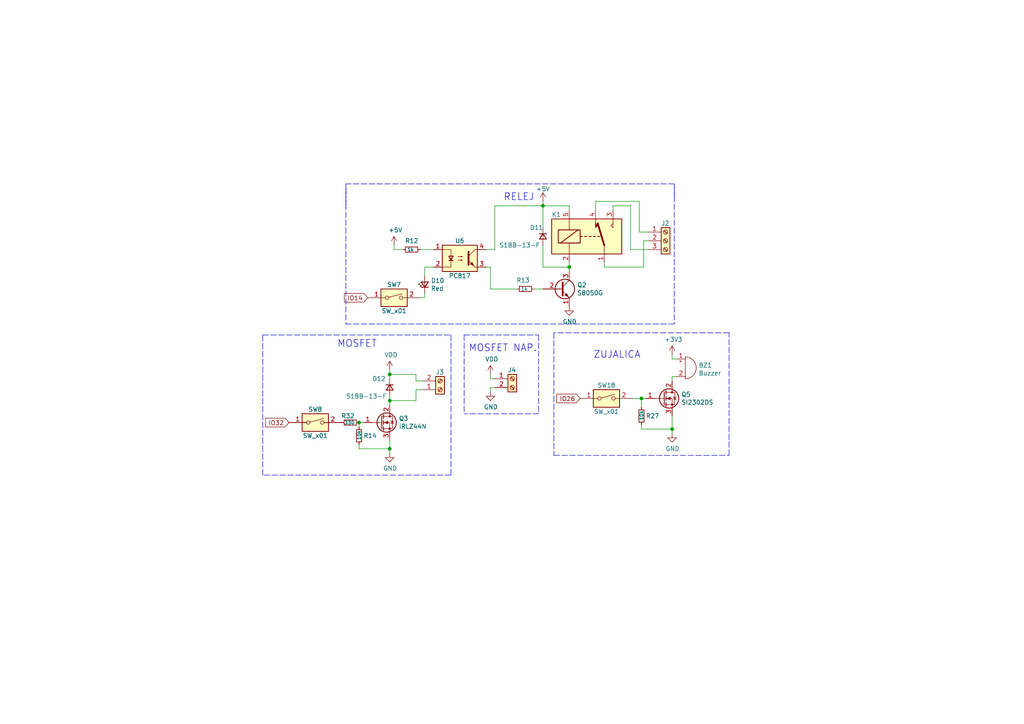
<source format=kicad_sch>
(kicad_sch (version 20211123) (generator eeschema)
  (paper "A4")
  (title_block (title "ESP32IoTPlatform") (date "2022-02-09") (rev "v4r1") (company "TVZ"))
  (lib_symbols
    (symbol "Connector:Screw_Terminal_01x02" (pin_names (offset 1.016) hide)
      (property "Reference" "J" (at 0 2.54 0))
      (property "Value" "Screw_Terminal_01x02" (at 0 -5.08 0))
      (symbol "Screw_Terminal_01x02_1_1"
        (rectangle (start -1.27 1.27) (end 1.27 -3.81) (stroke (width 0.254)) (fill (type background)))
        (circle (center 0 -2.54) (radius 0.635) (stroke (width 0.1524)))
        (polyline (pts (xy -0.5334 -2.2098) (xy 0.3302 -3.048)) (stroke (width 0.1524)))
        (polyline (pts (xy -0.5334 0.3302) (xy 0.3302 -0.508)) (stroke (width 0.1524)))
        (polyline (pts (xy -0.3556 -2.032) (xy 0.508 -2.8702)) (stroke (width 0.1524)))
        (polyline (pts (xy -0.3556 0.508) (xy 0.508 -0.3302)) (stroke (width 0.1524)))
        (circle (center 0 0) (radius 0.635) (stroke (width 0.1524)))
        (pin passive line (at -5.08 0 0) (length 3.81) (name "Pin_1") (number "1"))
        (pin passive line (at -5.08 -2.54 0) (length 3.81) (name "Pin_2") (number "2"))
      )
    )
    (symbol "Connector:Screw_Terminal_01x03" (pin_names (offset 1.016) hide)
      (property "Reference" "J" (at 0 5.08 0))
      (property "Value" "Screw_Terminal_01x03" (at 0 -5.08 0))
      (symbol "Screw_Terminal_01x03_1_1"
        (rectangle (start -1.27 3.81) (end 1.27 -3.81) (stroke (width 0.254)) (fill (type background)))
        (circle (center 0 -2.54) (radius 0.635) (stroke (width 0.1524)))
        (polyline (pts (xy -0.5334 -2.2098) (xy 0.3302 -3.048)) (stroke (width 0.1524)))
        (polyline (pts (xy -0.5334 0.3302) (xy 0.3302 -0.508)) (stroke (width 0.1524)))
        (polyline (pts (xy -0.5334 2.8702) (xy 0.3302 2.032)) (stroke (width 0.1524)))
        (polyline (pts (xy -0.3556 -2.032) (xy 0.508 -2.8702)) (stroke (width 0.1524)))
        (polyline (pts (xy -0.3556 0.508) (xy 0.508 -0.3302)) (stroke (width 0.1524)))
        (polyline (pts (xy -0.3556 3.048) (xy 0.508 2.2098)) (stroke (width 0.1524)))
        (circle (center 0 0) (radius 0.635) (stroke (width 0.1524)))
        (circle (center 0 2.54) (radius 0.635) (stroke (width 0.1524)))
        (pin passive line (at -5.08 2.54 0) (length 3.81) (name "Pin_1") (number "1"))
        (pin passive line (at -5.08 0 0) (length 3.81) (name "Pin_2") (number "2"))
        (pin passive line (at -5.08 -2.54 0) (length 3.81) (name "Pin_3") (number "3"))
      )
    )
    (symbol "Device:Buzzer" (pin_names (offset 0.0254) hide)
      (property "Reference" "BZ" (at 3.81 1.27 0))
      (property "Value" "Buzzer" (at 3.81 -1.27 0))
      (symbol "Buzzer_0_1"
        (arc (start 0 -3.175) (mid 3.175 0) (end 0 3.175))
        (polyline (pts (xy -1.651 1.905) (xy -1.143 1.905)))
        (polyline (pts (xy -1.397 2.159) (xy -1.397 1.651)))
        (polyline (pts (xy 0 3.175) (xy 0 -3.175)))
      )
      (symbol "Buzzer_1_1"
        (pin passive line (at -2.54 2.54 0) (length 2.54) (name "-") (number "1"))
        (pin passive line (at -2.54 -2.54 0) (length 2.54) (name "+") (number "2"))
      )
    )
    (symbol "Device:D_Small" (pin_numbers hide) (pin_names (offset 0.254) hide)
      (property "Reference" "D" (at -1.27 2.032 0))
      (property "Value" "D_Small" (at -3.81 -2.032 0))
      (symbol "D_Small_0_1"
        (polyline (pts (xy -0.762 -1.016) (xy -0.762 1.016)) (stroke (width 0.254)))
        (polyline (pts (xy -0.762 0) (xy 0.762 0)))
        (polyline (pts (xy 0.762 -1.016) (xy -0.762 0) (xy 0.762 1.016) (xy 0.762 -1.016)) (stroke (width 0.254)))
      )
      (symbol "D_Small_1_1"
        (pin passive line (at -2.54 0 0) (length 1.778) (name "K") (number "1"))
        (pin passive line (at 2.54 0 180) (length 1.778) (name "A") (number "2"))
      )
    )
    (symbol "Device:LED_Small" (pin_numbers hide) (pin_names (offset 0.254) hide)
      (property "Reference" "D" (at -1.27 3.175 0))
      (property "Value" "LED_Small" (at -4.445 -2.54 0))
      (symbol "LED_Small_0_1"
        (polyline (pts (xy -0.762 -1.016) (xy -0.762 1.016)) (stroke (width 0.254)))
        (polyline (pts (xy 1.016 0) (xy -0.762 0)))
        (polyline (pts (xy 0.762 -1.016) (xy -0.762 0) (xy 0.762 1.016) (xy 0.762 -1.016)) (stroke (width 0.254)))
        (polyline (pts (xy 0 0.762) (xy -0.508 1.27) (xy -0.254 1.27) (xy -0.508 1.27) (xy -0.508 1.016)))
        (polyline (pts (xy 0.508 1.27) (xy 0 1.778) (xy 0.254 1.778) (xy 0 1.778) (xy 0 1.524)))
      )
      (symbol "LED_Small_1_1"
        (pin passive line (at -2.54 0 0) (length 1.778) (name "K") (number "1"))
        (pin passive line (at 2.54 0 180) (length 1.778) (name "A") (number "2"))
      )
    )
    (symbol "Device:R_Small" (pin_numbers hide) (pin_names (offset 0.254) hide)
      (property "Reference" "R" (at 0.762 0.508 0))
      (property "Value" "R_Small" (at 0.762 -1.016 0))
      (symbol "R_Small_0_1"
        (rectangle (start -0.762 1.778) (end 0.762 -1.778) (stroke (width 0.2032)))
      )
      (symbol "R_Small_1_1"
        (pin passive line (at 0 2.54 270) (length 0.762) (name "~") (number "1"))
        (pin passive line (at 0 -2.54 90) (length 0.762) (name "~") (number "2"))
      )
    )
    (symbol "Isolator:PC817" (pin_names (offset 1.016))
      (property "Reference" "U" (at -5.08 5.08 0))
      (property "Value" "PC817" (at 0 5.08 0))
      (symbol "PC817_0_1"
        (rectangle (start -5.08 3.81) (end 5.08 -3.81) (stroke (width 0.254)) (fill (type background)))
        (polyline (pts (xy -3.175 -0.635) (xy -1.905 -0.635)) (stroke (width 0.254)))
        (polyline (pts (xy 2.54 0.635) (xy 4.445 2.54)))
        (polyline (pts (xy 4.445 -2.54) (xy 2.54 -0.635)) (fill (type outline)))
        (polyline (pts (xy 4.445 -2.54) (xy 5.08 -2.54)))
        (polyline (pts (xy 4.445 2.54) (xy 5.08 2.54)))
        (polyline (pts (xy -5.08 2.54) (xy -2.54 2.54) (xy -2.54 -0.635)))
        (polyline (pts (xy -2.54 -0.635) (xy -2.54 -2.54) (xy -5.08 -2.54)))
        (polyline (pts (xy 2.54 1.905) (xy 2.54 -1.905) (xy 2.54 -1.905)) (stroke (width 0.508)))
        (polyline (pts (xy -2.54 -0.635) (xy -3.175 0.635) (xy -1.905 0.635) (xy -2.54 -0.635)) (stroke (width 0.254)))
        (polyline (pts (xy -0.508 -0.508) (xy 0.762 -0.508) (xy 0.381 -0.635) (xy 0.381 -0.381) (xy 0.762 -0.508)))
        (polyline (pts (xy -0.508 0.508) (xy 0.762 0.508) (xy 0.381 0.381) (xy 0.381 0.635) (xy 0.762 0.508)))
        (polyline (pts (xy 3.048 -1.651) (xy 3.556 -1.143) (xy 4.064 -2.159) (xy 3.048 -1.651) (xy 3.048 -1.651)) (fill (type outline)))
      )
      (symbol "PC817_1_1"
        (pin passive line (at -7.62 2.54 0) (length 2.54) (name "~") (number "1"))
        (pin passive line (at -7.62 -2.54 0) (length 2.54) (name "~") (number "2"))
        (pin passive line (at 7.62 -2.54 180) (length 2.54) (name "~") (number "3"))
        (pin passive line (at 7.62 2.54 180) (length 2.54) (name "~") (number "4"))
      )
    )
    (symbol "Relay:SANYOU_SRD_Form_C"
      (property "Reference" "K" (at 11.43 3.81 0))
      (property "Value" "SANYOU_SRD_Form_C" (at 11.43 1.27 0))
      (symbol "SANYOU_SRD_Form_C_0_0"
        (polyline (pts (xy 7.62 5.08) (xy 7.62 2.54) (xy 6.985 3.175) (xy 7.62 3.81)))
      )
      (symbol "SANYOU_SRD_Form_C_0_1"
        (rectangle (start -10.16 5.08) (end 10.16 -5.08) (stroke (width 0.254)) (fill (type background)))
        (rectangle (start -8.255 1.905) (end -1.905 -1.905) (stroke (width 0.254)))
        (polyline (pts (xy -7.62 -1.905) (xy -2.54 1.905)) (stroke (width 0.254)))
        (polyline (pts (xy -5.08 -5.08) (xy -5.08 -1.905)))
        (polyline (pts (xy -5.08 5.08) (xy -5.08 1.905)))
        (polyline (pts (xy -1.905 0) (xy -1.27 0)) (stroke (width 0.254)))
        (polyline (pts (xy -0.635 0) (xy 0 0)) (stroke (width 0.254)))
        (polyline (pts (xy 0.635 0) (xy 1.27 0)) (stroke (width 0.254)))
        (polyline (pts (xy 1.905 0) (xy 2.54 0)) (stroke (width 0.254)))
        (polyline (pts (xy 3.175 0) (xy 3.81 0)) (stroke (width 0.254)))
        (polyline (pts (xy 5.08 -2.54) (xy 3.175 3.81)) (stroke (width 0.508)))
        (polyline (pts (xy 5.08 -2.54) (xy 5.08 -5.08)))
      )
      (symbol "SANYOU_SRD_Form_C_1_1"
        (polyline (pts (xy 2.54 3.81) (xy 3.175 3.175) (xy 2.54 2.54) (xy 2.54 5.08)) (fill (type outline)))
        (pin passive line (at 5.08 -7.62 90) (length 2.54) (name "~") (number "1"))
        (pin passive line (at -5.08 -7.62 90) (length 2.54) (name "~") (number "2"))
        (pin passive line (at 7.62 7.62 270) (length 2.54) (name "~") (number "3"))
        (pin passive line (at 2.54 7.62 270) (length 2.54) (name "~") (number "4"))
        (pin passive line (at -5.08 7.62 270) (length 2.54) (name "~") (number "5"))
      )
    )
    (symbol "Switch:SW_DIP_x01" (pin_names (offset 0) hide)
      (property "Reference" "SW" (at 0 3.81 0))
      (property "Value" "SW_DIP_x01" (at 0 -3.81 0))
      (symbol "SW_DIP_x01_0_0"
        (circle (center -2.032 0) (radius 0.508))
        (polyline (pts (xy -1.524 0.127) (xy 2.3622 1.1684)))
        (circle (center 2.032 0) (radius 0.508))
      )
      (symbol "SW_DIP_x01_0_1"
        (rectangle (start -3.81 2.54) (end 3.81 -2.54) (stroke (width 0.254)) (fill (type background)))
      )
      (symbol "SW_DIP_x01_1_1"
        (pin passive line (at -7.62 0 0) (length 5.08) (name "~") (number "1"))
        (pin passive line (at 7.62 0 180) (length 5.08) (name "~") (number "2"))
      )
    )
    (symbol "Transistor_BJT:S8050" (pin_names (offset 0) hide)
      (property "Reference" "Q" (at 5.08 1.905 0))
      (property "Value" "S8050" (at 5.08 0 0))
      (symbol "S8050_0_1"
        (polyline (pts (xy 0 0) (xy 0.635 0)))
        (polyline (pts (xy 0.635 0.635) (xy 2.54 2.54)))
        (polyline (pts (xy 0.635 -0.635) (xy 2.54 -2.54) (xy 2.54 -2.54)))
        (polyline (pts (xy 0.635 1.905) (xy 0.635 -1.905) (xy 0.635 -1.905)) (stroke (width 0.508)))
        (polyline (pts (xy 1.27 -1.778) (xy 1.778 -1.27) (xy 2.286 -2.286) (xy 1.27 -1.778) (xy 1.27 -1.778)) (fill (type outline)))
        (circle (center 1.27 0) (radius 2.8194) (stroke (width 0.254)))
      )
      (symbol "S8050_1_1"
        (pin passive line (at 2.54 -5.08 90) (length 2.54) (name "E") (number "1"))
        (pin input line (at -5.08 0 0) (length 5.08) (name "B") (number "2"))
        (pin passive line (at 2.54 5.08 270) (length 2.54) (name "C") (number "3"))
      )
    )
    (symbol "Transistor_FET:IRLZ44N" (pin_names hide)
      (property "Reference" "Q" (at 6.35 1.905 0))
      (property "Value" "IRLZ44N" (at 6.35 0 0))
      (symbol "IRLZ44N_0_1"
        (polyline (pts (xy 0.254 0) (xy -2.54 0)))
        (polyline (pts (xy 0.254 1.905) (xy 0.254 -1.905)) (stroke (width 0.254)))
        (polyline (pts (xy 0.762 -1.27) (xy 0.762 -2.286)) (stroke (width 0.254)))
        (polyline (pts (xy 0.762 0.508) (xy 0.762 -0.508)) (stroke (width 0.254)))
        (polyline (pts (xy 0.762 2.286) (xy 0.762 1.27)) (stroke (width 0.254)))
        (polyline (pts (xy 2.54 2.54) (xy 2.54 1.778)))
        (polyline (pts (xy 2.54 -2.54) (xy 2.54 0) (xy 0.762 0)))
        (polyline (pts (xy 0.762 -1.778) (xy 3.302 -1.778) (xy 3.302 1.778) (xy 0.762 1.778)))
        (polyline (pts (xy 1.016 0) (xy 2.032 0.381) (xy 2.032 -0.381) (xy 1.016 0)) (fill (type outline)))
        (polyline (pts (xy 2.794 0.508) (xy 2.921 0.381) (xy 3.683 0.381) (xy 3.81 0.254)))
        (polyline (pts (xy 3.302 0.381) (xy 2.921 -0.254) (xy 3.683 -0.254) (xy 3.302 0.381)))
        (circle (center 1.651 0) (radius 2.794) (stroke (width 0.254)))
        (circle (center 2.54 -1.778) (radius 0.254) (fill (type outline)))
        (circle (center 2.54 1.778) (radius 0.254) (fill (type outline)))
      )
      (symbol "IRLZ44N_1_1"
        (pin input line (at -5.08 0 0) (length 2.54) (name "G") (number "1"))
        (pin passive line (at 2.54 5.08 270) (length 2.54) (name "D") (number "2"))
        (pin passive line (at 2.54 -5.08 90) (length 2.54) (name "S") (number "3"))
      )
    )
    (symbol "power:+3V3" (power) (pin_names (offset 0))
      (property "Value" "+3V3" (at 0 3.556 0))
      (symbol "+3V3_0_1"
        (polyline (pts (xy -0.762 1.27) (xy 0 2.54)))
        (polyline (pts (xy 0 0) (xy 0 2.54)))
        (polyline (pts (xy 0 2.54) (xy 0.762 1.27)))
      )
      (symbol "+3V3_1_1"
        (pin power_in line (at 0 0 90) (length 0) hide (name "+3V3") (number "1"))
      )
    )
    (symbol "power:+5V" (power) (pin_names (offset 0))
      (property "Value" "+5V" (at 0 3.556 0))
      (symbol "+5V_0_1"
        (polyline (pts (xy -0.762 1.27) (xy 0 2.54)))
        (polyline (pts (xy 0 0) (xy 0 2.54)))
        (polyline (pts (xy 0 2.54) (xy 0.762 1.27)))
      )
      (symbol "+5V_1_1"
        (pin power_in line (at 0 0 90) (length 0) hide (name "+5V") (number "1"))
      )
    )
    (symbol "power:GND" (power) (pin_names (offset 0))
      (property "Value" "GND" (at 0 -3.81 0))
      (symbol "GND_0_1"
        (polyline (pts (xy 0 0) (xy 0 -1.27) (xy 1.27 -1.27) (xy 0 -2.54) (xy -1.27 -1.27) (xy 0 -1.27)))
      )
      (symbol "GND_1_1"
        (pin power_in line (at 0 0 270) (length 0) hide (name "GND") (number "1"))
      )
    )
    (symbol "power:VDD" (power) (pin_names (offset 0))
      (property "Value" "VDD" (at 0 3.81 0))
      (symbol "VDD_0_1"
        (polyline (pts (xy -0.762 1.27) (xy 0 2.54)))
        (polyline (pts (xy 0 0) (xy 0 2.54)))
        (polyline (pts (xy 0 2.54) (xy 0.762 1.27)))
      )
      (symbol "VDD_1_1"
        (pin power_in line (at 0 0 90) (length 0) hide (name "VDD") (number "1"))
      )
    )
  )
  (junction (at 186.055 115.57))
  (junction (at 113.03 108.585))
  (junction (at 113.03 130.175))
  (junction (at 157.48 59.69))
  (junction (at 194.945 124.46))
  (junction (at 165.1 77.47))
  (junction (at 104.14 122.555))
  (junction (at 113.03 116.205))
  (wire (pts (xy 186.055 115.57) (xy 186.055 118.11)))
  (wire (pts (xy 104.14 130.175) (xy 113.03 130.175)))
  (wire (pts (xy 120.65 113.03) (xy 120.65 116.205)))
  (polyline (pts (xy 211.455 132.08) (xy 211.455 96.52)))
  (wire (pts (xy 104.14 128.905) (xy 104.14 130.175)))
  (polyline (pts (xy 76.2 97.155) (xy 130.81 97.155)))
  (wire (pts (xy 113.03 116.205) (xy 120.65 116.205)))
  (polyline (pts (xy 211.455 96.52) (xy 160.655 96.52)))
  (wire (pts (xy 143.51 72.39) (xy 140.97 72.39)))
  (wire (pts (xy 165.1 77.47) (xy 157.48 77.47)))
  (wire (pts (xy 123.19 77.47) (xy 123.19 80.01)))
  (wire (pts (xy 113.03 130.175) (xy 113.03 127.635)))
  (wire (pts (xy 165.1 76.2) (xy 165.1 77.47)))
  (wire (pts (xy 142.24 77.47) (xy 142.24 83.82)))
  (wire (pts (xy 157.48 83.82) (xy 154.94 83.82)))
  (polyline (pts (xy 130.81 97.155) (xy 130.81 137.795)))
  (wire (pts (xy 175.26 76.2) (xy 175.26 77.47)))
  (polyline (pts (xy 195.58 53.34) (xy 100.33 53.34)))
  (polyline (pts (xy 160.655 132.08) (xy 211.455 132.08)))
  (wire (pts (xy 125.73 77.47) (xy 123.19 77.47)))
  (wire (pts (xy 142.24 112.395) (xy 143.51 112.395)))
  (wire (pts (xy 194.945 109.22) (xy 194.945 110.49)))
  (polyline (pts (xy 76.2 137.795) (xy 76.2 97.155)))
  (wire (pts (xy 187.96 72.39) (xy 182.88 72.39)))
  (wire (pts (xy 185.42 67.31) (xy 187.96 67.31)))
  (wire (pts (xy 122.555 113.03) (xy 120.65 113.03)))
  (polyline (pts (xy 195.58 54.61) (xy 195.58 93.98)))
  (wire (pts (xy 187.325 115.57) (xy 186.055 115.57)))
  (wire (pts (xy 142.24 113.665) (xy 142.24 112.395)))
  (polyline (pts (xy 195.58 57.15) (xy 195.58 53.34)))
  (wire (pts (xy 157.48 58.42) (xy 157.48 59.69)))
  (wire (pts (xy 157.48 59.69) (xy 157.48 66.04)))
  (wire (pts (xy 104.14 122.555) (xy 105.41 122.555)))
  (wire (pts (xy 186.69 69.85) (xy 187.96 69.85)))
  (wire (pts (xy 185.42 58.42) (xy 185.42 67.31)))
  (wire (pts (xy 165.1 60.96) (xy 165.1 59.69)))
  (wire (pts (xy 196.215 104.14) (xy 194.945 104.14)))
  (polyline (pts (xy 160.655 96.52) (xy 160.655 132.08)))
  (wire (pts (xy 183.515 115.57) (xy 186.055 115.57)))
  (wire (pts (xy 182.88 72.39) (xy 182.88 59.69)))
  (wire (pts (xy 143.51 59.69) (xy 157.48 59.69)))
  (wire (pts (xy 113.03 131.445) (xy 113.03 130.175)))
  (wire (pts (xy 194.945 125.73) (xy 194.945 124.46)))
  (wire (pts (xy 186.69 77.47) (xy 186.69 69.85)))
  (wire (pts (xy 113.03 108.585) (xy 113.03 109.855)))
  (wire (pts (xy 194.945 104.14) (xy 194.945 102.87)))
  (wire (pts (xy 120.65 110.49) (xy 120.65 108.585)))
  (wire (pts (xy 196.215 109.22) (xy 194.945 109.22)))
  (wire (pts (xy 142.24 108.585) (xy 142.24 109.855)))
  (wire (pts (xy 177.8 59.69) (xy 177.8 60.96)))
  (wire (pts (xy 104.14 123.825) (xy 104.14 122.555)))
  (wire (pts (xy 123.19 86.36) (xy 123.19 85.09)))
  (wire (pts (xy 175.26 77.47) (xy 186.69 77.47)))
  (polyline (pts (xy 100.33 53.34) (xy 100.33 60.325)))
  (polyline (pts (xy 100.33 54.61) (xy 100.33 93.98)))
  (wire (pts (xy 172.72 58.42) (xy 185.42 58.42)))
  (wire (pts (xy 157.48 77.47) (xy 157.48 71.12)))
  (wire (pts (xy 113.03 107.315) (xy 113.03 108.585)))
  (wire (pts (xy 113.03 114.935) (xy 113.03 116.205)))
  (wire (pts (xy 120.65 108.585) (xy 113.03 108.585)))
  (polyline (pts (xy 156.21 97.155) (xy 156.21 120.015)))
  (wire (pts (xy 186.055 124.46) (xy 194.945 124.46)))
  (wire (pts (xy 143.51 59.69) (xy 143.51 72.39)))
  (wire (pts (xy 142.24 109.855) (xy 143.51 109.855)))
  (polyline (pts (xy 134.62 97.155) (xy 134.62 120.015)))
  (wire (pts (xy 121.92 72.39) (xy 125.73 72.39)))
  (wire (pts (xy 122.555 110.49) (xy 120.65 110.49)))
  (wire (pts (xy 142.24 77.47) (xy 140.97 77.47)))
  (wire (pts (xy 142.24 83.82) (xy 149.86 83.82)))
  (wire (pts (xy 172.72 58.42) (xy 172.72 60.96)))
  (wire (pts (xy 113.03 116.205) (xy 113.03 117.475)))
  (polyline (pts (xy 156.21 120.015) (xy 134.62 120.015)))
  (wire (pts (xy 182.88 59.69) (xy 177.8 59.69)))
  (polyline (pts (xy 130.81 137.795) (xy 76.2 137.795)))
  (polyline (pts (xy 195.58 93.98) (xy 100.33 93.98)))
  (wire (pts (xy 194.945 124.46) (xy 194.945 120.65)))
  (wire (pts (xy 165.1 59.69) (xy 157.48 59.69)))
  (wire (pts (xy 186.055 123.19) (xy 186.055 124.46)))
  (wire (pts (xy 165.1 78.74) (xy 165.1 77.47)))
  (wire (pts (xy 114.3 72.39) (xy 116.84 72.39)))
  (wire (pts (xy 114.3 71.12) (xy 114.3 72.39)))
  (wire (pts (xy 121.92 86.36) (xy 123.19 86.36)))
  (polyline (pts (xy 134.62 97.155) (xy 156.21 97.155)))
  (text "ZUJALICA" (at 172.085 104.14 0) (effects (font (size 2.0066 2.0066)) (justify left bottom)))
  (text "MOSFET NAP." (at 135.89 102.235 0) (effects (font (size 2.0066 2.0066)) (justify left bottom)))
  (text "RELEJ" (at 146.05 58.42 0) (effects (font (size 2.0066 2.0066)) (justify left bottom)))
  (text "MOSFET" (at 97.79 100.965 0) (effects (font (size 2.0066 2.0066)) (justify left bottom)))
  (global_label "IO32" (shape input) (at 83.82 122.555 180) (property "Intersheet References" "${INTERSHEET_REFS}" (effects hide)))
  (global_label "IO14" (shape input) (at 106.68 86.36 180) (property "Intersheet References" "${INTERSHEET_REFS}" (effects hide)))
  (global_label "IO26" (shape input) (at 168.275 115.57 180) (property "Intersheet References" "${INTERSHEET_REFS}" (effects hide)))
  (symbol (lib_id "Transistor_FET:IRLZ44N") (at 110.49 122.555 0) (unit 1)
    (property "Reference" "Q3" (at 115.6716 121.3866 0) (effects (justify left)))
    (property "Value" "IRLZ44N" (at 115.6716 123.698 0) (effects (justify left)))
    (property "Footprint" "Package_TO_SOT_THT:TO-220-3_Vertical" (effects hide))
    (property "Datasheet" "http://www.irf.com/product-info/datasheets/data/irlz44n.pdf" (effects hide))
  )
  (symbol (lib_id "power:GND") (at 113.03 131.445 0) (unit 1)
    (property "Reference" "#PWR0158" (effects hide))
    (property "Value" "GND" (at 113.157 135.8392 0))
  )
  (symbol (lib_id "Device:R_Small") (at 119.38 72.39 90) (unit 1)
    (property "Reference" "R12" (at 117.475 69.85 90) (effects (justify right)))
    (property "Value" "1k" (at 118.11 72.39 90) (effects (font (size 1 1)) (justify right)))
    (property "Footprint" "Resistor_SMD:R_0805_2012Metric" (effects hide))
  )
  (symbol (lib_id "Device:D_Small") (at 157.48 68.58 270) (unit 1)
    (property "Reference" "D11" (at 153.67 66.04 90) (effects (justify left)))
    (property "Value" "S1BB-13-F" (at 144.78 71.12 90) (effects (justify left)))
    (property "Footprint" "Diode_SMD:D_SMA" (effects hide))
  )
  (symbol (lib_id "Transistor_FET:IRLZ44N") (at 192.405 115.57 0) (unit 1)
    (property "Reference" "Q5" (at 197.5866 114.4016 0) (effects (justify left)))
    (property "Value" "SI2302DS" (at 197.5866 116.713 0) (effects (justify left)))
    (property "Footprint" "Package_TO_SOT_SMD:SOT-23" (effects hide))
    (property "Datasheet" "http://www.irf.com/product-info/datasheets/data/irlz44n.pdf" (effects hide))
  )
  (symbol (lib_id "power:GND") (at 194.945 125.73 0) (unit 1)
    (property "Reference" "#PWR0155" (effects hide))
    (property "Value" "GND" (at 195.072 130.1242 0))
  )
  (symbol (lib_id "Device:LED_Small") (at 123.19 82.55 90) (unit 1)
    (property "Reference" "D10" (at 124.968 81.3816 90) (effects (justify right)))
    (property "Value" "Red" (at 124.968 83.693 90) (effects (justify right)))
    (property "Footprint" "LED_SMD:LED_0805_2012Metric" (effects hide))
  )
  (symbol (lib_id "Device:R_Small") (at 152.4 83.82 270) (unit 1)
    (property "Reference" "R13" (at 153.67 81.28 90) (effects (justify right)))
    (property "Value" "1k" (at 153.035 83.82 90) (effects (font (size 1 1)) (justify right)))
    (property "Footprint" "Resistor_SMD:R_0805_2012Metric" (effects hide))
  )
  (symbol (lib_id "power:GND") (at 142.24 113.665 0) (unit 1)
    (property "Reference" "#PWR0152" (effects hide))
    (property "Value" "GND" (at 142.367 118.0592 0))
  )
  (symbol (lib_id "Transistor_BJT:S8050") (at 162.56 83.82 0) (unit 1)
    (property "Reference" "Q2" (at 167.386 82.6516 0) (effects (justify left)))
    (property "Value" "S8050G" (at 167.386 84.963 0) (effects (justify left)))
    (property "Footprint" "Package_TO_SOT_SMD:SOT-23" (effects hide))
    (property "Datasheet" "http://www.unisonic.com.tw/datasheet/S8050.pdf" (effects hide))
  )
  (symbol (lib_id "Device:D_Small") (at 113.03 112.395 270) (unit 1)
    (property "Reference" "D12" (at 107.95 109.855 90) (effects (justify left)))
    (property "Value" "S1BB-13-F" (at 100.33 114.935 90) (effects (justify left)))
    (property "Footprint" "Diode_SMD:D_SMA" (effects hide))
  )
  (symbol (lib_id "Switch:SW_DIP_x01") (at 91.44 122.555 0) (unit 1)
    (property "Reference" "SW8" (at 91.44 118.745 0))
    (property "Value" "SW_x01" (at 91.44 126.365 0))
    (property "Footprint" "Button_Switch_SMD:SW_DIP_SPSTx01_Slide_6.7x4.1mm_W6.73mm_P2.54mm_LowProfile_JPin" (effects hide))
  )
  (symbol (lib_id "Isolator:PC817") (at 133.35 74.93 0) (unit 1)
    (property "Reference" "U6" (at 133.35 69.85 0))
    (property "Value" "PC817" (at 133.35 80.01 0))
    (property "Footprint" "Package_DIP:DIP-4_W7.62mm" (effects hide))
    (property "Datasheet" "http://www.soselectronic.cz/a_info/resource/d/pc817.pdf" (effects hide))
  )
  (symbol (lib_id "Connector:Screw_Terminal_01x02") (at 127.635 113.03 0) (mirror x) (unit 1)
    (property "Reference" "J3" (at 126.365 107.95 0) (effects (justify left)))
    (property "Value" "Screw_Terminal_01x02" (effects hide))
    (property "Footprint" "TerminalBlock_Phoenix:TerminalBlock_Phoenix_MKDS-1,5-2-5.08_1x02_P5.08mm_Horizontal" (effects hide))
  )
  (symbol (lib_id "Switch:SW_DIP_x01") (at 114.3 86.36 0) (unit 1)
    (property "Reference" "SW7" (at 114.3 82.55 0))
    (property "Value" "SW_x01" (at 114.3 90.17 0))
    (property "Footprint" "Button_Switch_SMD:SW_DIP_SPSTx01_Slide_6.7x4.1mm_W6.73mm_P2.54mm_LowProfile_JPin" (effects hide))
  )
  (symbol (lib_id "Connector:Screw_Terminal_01x02") (at 148.59 109.855 0) (unit 1)
    (property "Reference" "J4" (at 147.32 107.315 0) (effects (justify left)))
    (property "Value" "Screw_Terminal_01x02" (effects hide))
    (property "Footprint" "TerminalBlock_Phoenix:TerminalBlock_Phoenix_MKDS-1,5-2-5.08_1x02_P5.08mm_Horizontal" (effects hide))
  )
  (symbol (lib_id "power:GND") (at 165.1 88.9 0) (unit 1)
    (property "Reference" "#PWR0156" (effects hide))
    (property "Value" "GND" (at 165.227 93.2942 0))
  )
  (symbol (lib_id "power:+3V3") (at 194.945 102.87 0) (unit 1)
    (property "Reference" "#PWR0154" (effects hide))
    (property "Value" "+3V3" (at 195.326 98.4758 0))
  )
  (symbol (lib_id "power:VDD") (at 142.24 108.585 0) (unit 1)
    (property "Reference" "#PWR0153" (effects hide))
    (property "Value" "VDD" (at 142.621 104.1908 0))
  )
  (symbol (lib_id "Connector:Screw_Terminal_01x03") (at 193.04 69.85 0) (unit 1)
    (property "Reference" "J2" (at 191.77 64.77 0) (effects (justify left)))
    (property "Value" "Screw_Terminal_01x03" (effects hide))
    (property "Footprint" "TerminalBlock_Phoenix:TerminalBlock_Phoenix_MKDS-1,5-3-5.08_1x03_P5.08mm_Horizontal" (effects hide))
  )
  (symbol (lib_id "Device:R_Small") (at 186.055 120.65 0) (unit 1)
    (property "Reference" "R27" (at 187.325 120.65 0) (effects (justify left)))
    (property "Value" "10k" (at 186.055 121.92 90) (effects (font (size 1 1)) (justify left)))
    (property "Footprint" "Resistor_SMD:R_0805_2012Metric" (effects hide))
  )
  (symbol (lib_id "power:+5V") (at 157.48 58.42 0) (unit 1)
    (property "Reference" "#PWR0151" (effects hide))
    (property "Value" "+5V" (at 157.48 54.8155 0))
  )
  (symbol (lib_id "Device:R_Small") (at 104.14 126.365 0) (unit 1)
    (property "Reference" "R14" (at 105.41 126.365 0) (effects (justify left)))
    (property "Value" "10k" (at 104.14 127.635 90) (effects (font (size 1 1)) (justify left)))
    (property "Footprint" "Resistor_SMD:R_0805_2012Metric" (effects hide))
  )
  (symbol (lib_id "Device:Buzzer") (at 198.755 106.68 0) (unit 1)
    (property "Reference" "BZ1" (at 202.6158 105.9434 0) (effects (justify left)))
    (property "Value" "Buzzer" (at 202.6158 108.2548 0) (effects (justify left)))
    (property "Footprint" "ESP32IoTPlatform:PS1240P02BT" (effects hide))
  )
  (symbol (lib_id "Switch:SW_DIP_x01") (at 175.895 115.57 0) (unit 1)
    (property "Reference" "SW18" (at 175.895 111.76 0))
    (property "Value" "SW_x01" (at 175.895 119.38 0))
    (property "Footprint" "Button_Switch_SMD:SW_DIP_SPSTx01_Slide_6.7x4.1mm_W6.73mm_P2.54mm_LowProfile_JPin" (effects hide))
  )
  (symbol (lib_id "Relay:SANYOU_SRD_Form_C") (at 170.18 68.58 0) (unit 1)
    (property "Reference" "K1" (at 160.02 62.23 0) (effects (justify left)))
    (property "Value" "SANYOU_SRD_Form_C" (effects hide))
    (property "Footprint" "ESP32IoTPlatform:Relay_SPDT_SANYOU_SRD_Series_Form_C" (effects hide))
    (property "Datasheet" "http://www.sanyourelay.ca/public/products/pdf/SRD.pdf" (effects hide))
  )
  (symbol (lib_id "power:VDD") (at 113.03 107.315 0) (unit 1)
    (property "Reference" "#PWR0159" (effects hide))
    (property "Value" "VDD" (at 113.411 102.9208 0))
  )
  (symbol (lib_id "Device:R_Small") (at 101.6 122.555 90) (unit 1)
    (property "Reference" "R32" (at 102.87 120.65 90) (effects (justify left)))
    (property "Value" "330" (at 102.87 122.555 90) (effects (font (size 1 1)) (justify left)))
    (property "Footprint" "Resistor_SMD:R_0805_2012Metric" (effects hide))
  )
  (symbol (lib_id "power:+5V") (at 114.3 71.12 0) (unit 1)
    (property "Reference" "#PWR0157" (effects hide))
    (property "Value" "+5V" (at 114.681 66.7258 0))
  )
)
</source>
